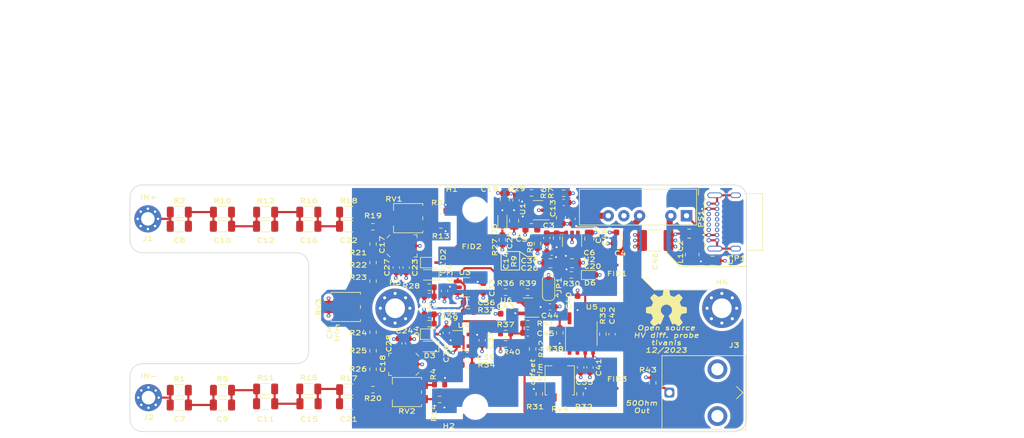
<source format=kicad_pcb>
(kicad_pcb (version 20211014) (generator pcbnew)
  (layers (0 "F.Cu" signal) (1 "In1.Cu" signal) (2 "In2.Cu" signal) (31 "B.Cu" signal) (34 "B.Paste" user) (35 "F.Paste" user) (36 "B.SilkS" user "B.Silkscreen") (37 "F.SilkS" user "F.Silkscreen") (38 "B.Mask" user) (39 "F.Mask" user) (44 "Edge.Cuts" user))
  (net 0 "")
  (net 1 "+5V_USB")
  (net 2 "GND_USB")
  (net 3 "Net-(C2-Pad1)")
  (net 4 "+9V")
  (net 5 "GND")
  (net 6 "-9V")
  (net 7 "Net-(C7-Pad1)")
  (net 8 "Net-(C7-Pad2)")
  (net 9 "Net-(C8-Pad1)")
  (net 10 "Net-(C10-Pad1)")
  (net 11 "Net-(C11-Pad1)")
  (net 12 "Net-(C10-Pad2)")
  (net 13 "Net-(C11-Pad2)")
  (net 14 "Net-(C12-Pad2)")
  (net 15 "Net-(C13-Pad1)")
  (net 16 "Net-(C14-Pad2)")
  (net 17 "Net-(C15-Pad2)")
  (net 18 "Net-(C16-Pad2)")
  (net 19 "+6V")
  (net 20 "-6V")
  (net 21 "Net-(C21-Pad2)")
  (net 22 "Net-(C22-Pad2)")
  (net 23 "Net-(C17-Pad1)")
  (net 24 "Net-(C18-Pad2)")
  (net 25 "Net-(C31-Pad1)")
  (net 26 "Net-(C32-Pad1)")
  (net 27 "Net-(C36-Pad1)")
  (net 28 "Net-(C35-Pad2)")
  (net 29 "Net-(C36-Pad2)")
  (net 30 "Net-(C39-Pad1)")
  (net 31 "Net-(C39-Pad2)")
  (net 36 "Net-(R3-Pad1)")
  (net 37 "Net-(R4-Pad1)")
  (net 38 "Net-(R13-Pad2)")
  (net 39 "Net-(R14-Pad2)")
  (net 40 "Net-(R21-Pad1)")
  (net 41 "Net-(R22-Pad1)")
  (net 42 "Net-(R23-Pad1)")
  (net 43 "Net-(R24-Pad1)")
  (net 44 "Net-(R25-Pad1)")
  (net 45 "Net-(R24-Pad2)")
  (net 46 "Net-(D5-Pad1)")
  (net 47 "Net-(D6-Pad1)")
  (net 48 "Net-(J3-Pad1)")
  (net 50 "Net-(R31-Pad2)")
  (net 51 "Net-(R32-Pad1)")
  (net 52 "Net-(R36-Pad2)")
  (net 53 "Net-(R38-Pad2)")
  (net 54 "Net-(C42-Pad1)")
  (net 55 "Net-(C42-Pad2)")
  (net 56 "Net-(C45-Pad1)")
  (net 57 "Net-(C45-Pad2)")
  (net 58 "Net-(JP1-Pad2)")
  (footprint "Resistor_SMD:R_0603_1608Metric" (layer "F.Cu") (at 161.42 102.19 180)
    (fp_text reference "R13")
    (fp_text value "18k")
  )
  (footprint "Potentiometer_SMD:Potentiometer_Bourns_3314G_Vertical" (layer "F.Cu") (at 180.7 129.7 180)
    (fp_text reference "RV4")
    (fp_text value "1k")
  )
  (footprint "Capacitor_SMD:C_0805_2012Metric" (layer "F.Cu") (at 176.1 105 180)
    (fp_text reference "C5")
    (fp_text value "4.7uF, 25V")
  )
  (footprint "Capacitor_SMD:C_0805_2012Metric" (layer "F.Cu") (at 205.5 110.3)
    (fp_text reference "C1")
    (fp_text value "4.7uF, 25V")
  )
  (footprint "Capacitor_SMD:C_1206_3216Metric" (layer "F.Cu") (at 146.4625 104.7)
    (fp_text reference "C22")
    (fp_text value "10pF, 500V")
  )
  (footprint "Resistor_SMD:R_0603_1608Metric" (layer "F.Cu") (at 171.92 115.39)
    (fp_text reference "R36")
    (fp_text value "453R")
  )
  (footprint "Capacitor_SMD:C_1206_3216Metric" (layer "F.Cu") (at 126 133.69)
    (fp_text reference "C9")
    (fp_text value "10pF, 500V")
  )
  (footprint "Diode_SMD:D_SOD-323" (layer "F.Cu") (at 159.6 124.2 180)
    (fp_text reference "D3")
    (fp_text value "BAS316")
  )
  (footprint "Capacitor_SMD:C_0805_2012Metric" (layer "F.Cu") (at 173.3 103.8 -90)
    (fp_text reference "C25")
    (fp_text value "4.7uF, 25V")
  )
  (footprint "Resistor_SMD:R_0603_1608Metric" (layer "F.Cu") (at 176.125 99.3)
    (fp_text reference "R6")
    (fp_text value "10k")
  )
  (footprint "Capacitor_SMD:C_0603_1608Metric" (layer "F.Cu") (at 178.6 106.6 90)
    (fp_text reference "C14")
    (fp_text value "1nF, 25V")
  )
  (footprint "Resistor_SMD:R_0603_1608Metric" (layer "F.Cu") (at 150.42 124.89 90)
    (fp_text reference "R25")
    (fp_text value "1.96k")
  )
  (footprint "Capacitor_SMD:C_1206_3216Metric" (layer "F.Cu") (at 119 133.69)
    (fp_text reference "C7")
    (fp_text value "10pF, 500V")
  )
  (footprint "MountingHole:MountingHole_2.2mm_M2_Pad_Via" (layer "F.Cu") (at 113.9 103.5 180)
    (fp_text reference "J1")
    (fp_text value "Conn_01x01")
  )
  (footprint "Package_TO_SOT_SMD:SOT-23-5" (layer "F.Cu") (at 182.7 107.2 -90)
    (fp_text reference "U2")
    (fp_text value "MIC5270")
  )
  (footprint "Capacitor_SMD:C_1206_3216Metric" (layer "F.Cu") (at 133 133.49)
    (fp_text reference "C11")
    (fp_text value "10pF, 500V")
  )
  (footprint "Symbol:OSHW-Symbol_6.7x6mm_SilkScreen" (layer "F.Cu") (at 198 118)
    (fp_text reference "REF**" hide)
    (fp_text value "OSHW-Symbol_6.7x6mm_SilkScreen" hide)
  )
  (footprint "Capacitor_SMD:C_0805_2012Metric" (layer "F.Cu") (at 171.8 100.3 90)
    (fp_text reference "C19")
    (fp_text value "4.7uF, 25V")
  )
  (footprint "Capacitor_SMD:C_0603_1608Metric" (layer "F.Cu") (at 175.52 121.99)
    (fp_text reference "C45")
    (fp_text value "1pF")
  )
  (footprint "FER_ZESA_FP:BNC_MOLEX_73100-0154_Horizontal" (layer "F.Cu") (at 198.4825 131.69 -90)
    (fp_text reference "J3")
    (fp_text value "Conn_Coaxial")
  )
  (footprint "Resistor_SMD:R_0603_1608Metric" (layer "F.Cu") (at 171.92 122.09)
    (fp_text reference "R37")
    (fp_text value "453R")
  )
  (footprint "MountingHole:MountingHole_3.2mm_M3" (layer "F.Cu") (at 167 134)
    (fp_text reference "H2")
    (fp_text value "MountingHole_Pad")
  )
  (footprint "Capacitor_SMD:C_0603_1608Metric" (layer "F.Cu") (at 189.2 122.2 90)
    (fp_text reference "C42")
    (fp_text value "1pF")
  )
  (footprint "Capacitor_SMD:C_0603_1608Metric" (layer "F.Cu") (at 165.7 125.69 180)
    (fp_text reference "C39")
    (fp_text value "1pF")
  )
  (footprint "Fiducial:Fiducial_0.5mm_Mask1mm" (layer "F.Cu") (at 190 111)
    (fp_text reference "FID1")
    (fp_text value "Fiducial")
  )
  (footprint "Potentiometer_SMD:Potentiometer_Bourns_3314G_Vertical" (layer "F.Cu") (at 156.12 103.39 -90)
    (fp_text reference "RV1")
    (fp_text value "1Meg")
  )
  (footprint "Resistor_SMD:R_0603_1608Metric" (layer "F.Cu") (at 165.905 118.61 180)
    (fp_text reference "R33")
    (fp_text value "249R")
  )
  (footprint "Capacitor_SMD:C_0603_1608Metric" (layer "F.Cu") (at 173.6 100.5 -90)
    (fp_text reference "C29")
    (fp_text value "100nF, 25V")
  )
  (footprint "Capacitor_SMD:C_0603_1608Metric" (layer "F.Cu") (at 165.88 117.11 180)
    (fp_text reference "C36")
    (fp_text value "1pF")
  )
  (footprint "Resistor_SMD:R_1206_3216Metric" (layer "F.Cu") (at 146.4625 102.4)
    (fp_text reference "R18")
    (fp_text value "1M")
  )
  (footprint "Resistor_SMD:R_0603_1608Metric" (layer "F.Cu") (at 175.52 120.49)
    (fp_text reference "R41")
    (fp_text value "453R")
  )
  (footprint "Resistor_SMD:R_0603_1608Metric" (layer "F.Cu") (at 182.6 112.6 180)
    (fp_text reference "R30")
    (fp_text value "1.96k")
  )
  (footprint "Capacitor_SMD:C_1206_3216Metric" (layer "F.Cu") (at 140.0375 133.49)
    (fp_text reference "C15")
    (fp_text value "10pF, 500V")
  )
  (footprint "Resistor_SMD:R_1206_3216Metric" (layer "F.Cu") (at 126 102.4)
    (fp_text reference "R10")
    (fp_text value "1M")
  )
  (footprint "Capacitor_SMD:C_0805_2012Metric" (layer "F.Cu") (at 190.475 107.5)
    (fp_text reference "C4")
    (fp_text value "4.7uF, 25V")
  )
  (footprint "Resistor_SMD:R_0603_1608Metric" (layer "F.Cu") (at 161.42 104.49)
    (fp_text reference "R3")
    (fp_text value "18k")
  )
  (footprint "Capacitor_SMD:C_0805_2012Metric" (layer "F.Cu") (at 179.2 110.7)
    (fp_text reference "C26")
    (fp_text value "4.7uF, 25V")
  )
  (footprint "Capacitor_SMD:C_0805_2012Metric" (layer "F.Cu") (at 182.7 110.7 180)
    (fp_text reference "C20")
    (fp_text value "4.7uF, 25V")
  )
  (footprint "LED_SMD:LED_0603_1608Metric" (layer "F.Cu") (at 171.4 103.7 90)
    (fp_text reference "D5")
    (fp_text value "LED_GN")
  )
  (footprint "Resistor_SMD:R_0603_1608Metric" (layer "F.Cu") (at 150.42 107.59 90)
    (fp_text reference "R21")
    (fp_text value "18k")
  )
  (footprint "Capacitor_SMD:C_0603_1608Metric" (layer "F.Cu") (at 183.6 116.8 90)
    (fp_text reference "C40")
    (fp_text value "100nF, 25V")
  )
  (footprint "Capacitor_SMD:C_0603_1608Metric" (layer "F.Cu") (at 159.52 116.09 180)
    (fp_text reference "C31")
    (fp_text value "10pF, 25V")
  )
  (footprint "Resistor_SMD:R_1206_3216Metric" (layer "F.Cu") (at 133 102.4)
    (fp_text reference "R12")
    (fp_text value "1M")
  )
  (footprint "Resistor_SMD:R_0603_1608Metric" (layer "F.Cu") (at 150.42 113.59 90)
    (fp_text reference "R23")
    (fp_text value "10R")
  )
  (footprint "Resistor_SMD:R_0603_1608Metric" (layer "F.Cu") (at 159.52 114.59 180)
    (fp_text reference "R28")
    (fp_text value "43R")
  )
  (footprint "Inductor_SMD:L_1008_2520Metric" (layer "F.Cu") (at 202.2 109.3 90)
    (fp_text reference "L1")
    (fp_text value "6.8uH")
  )
  (footprint "Diode_SMD:D_SOD-323" (layer "F.Cu") (at 159.62 110.59)
    (fp_text reference "D2")
    (fp_text value "BAS316")
  )
  (footprint "Resistor_SMD:R_0603_1608Metric" (layer "F.Cu") (at 184 131.9 90)
    (fp_text reference "R32")
    (fp_text value "39k")
  )
  (footprint "Resistor_SMD:R_1206_3216Metric" (layer "F.Cu") (at 119 102.4)
    (fp_text reference "R2")
    (fp_text value "1M")
  )
  (footprint "Capacitor_SMD:C_1206_3216Metric" (layer "F.Cu") (at 126 104.7)
    (fp_text reference "C10")
    (fp_text value "10pF, 500V")
  )
  (footprint "Resistor_SMD:R_0603_1608Metric" (layer "F.Cu") (at 150.42 121.89 90)
    (fp_text reference "R24")
    (fp_text value "10R")
  )
  (footprint "Capacitor_SMD:C_0603_1608Metric" (layer "F.Cu") (at 181.35 100.85)
    (fp_text reference "C13")
    (fp_text value "1nF, 25V")
  )
  (footprint "Resistor_SMD:R_0603_1608Metric" (layer "F.Cu") (at 177.4 131.9 -90)
    (fp_text reference "R31")
    (fp_text value "39k")
  )
  (footprint "Connector_USB:USB_C_Receptacle_GCT_USB4085" (layer "F.Cu") (at 204.875 106.975 90)
    (fp_text reference "P1")
    (fp_text value "USB_C_Plug_USB2.0")
  )
  (footprint "Resistor_SMD:R_1206_3216Metric" (layer "F.Cu") (at 146.4625 131.19)
    (fp_text reference "R17")
    (fp_text value "1M")
  )
  (footprint "Package_TO_SOT_SMD:SOT-23-5" (layer "F.Cu") (at 177.2 102.1 180)
    (fp_text reference "U1")
    (fp_text value "MIC5205YM5")
  )
  (footprint "Capacitor_SMD:C_0603_1608Metric" (layer "F.Cu") (at 168.3 114.7 -90)
    (fp_text reference "C33")
    (fp_text value "100nF, 25V")
  )
  (footprint "Capacitor_SMD:C_0603_1608Metric" (layer "F.Cu") (at 179.4 108.9 180)
    (fp_text reference "C30")
    (fp_text value "100nF, 25V")
  )
  (footprint "Capacitor_SMD:C_0603_1608Metric" (layer "F.Cu") (at 156.2 123.7 -90)
    (fp_text reference "C24")
    (fp_text value "470pF, 25V")
  )
  (footprint "Resistor_SMD:R_1206_3216Metric" (layer "F.Cu") (at 119 131.29)
    (fp_text reference "R1")
    (fp_text value "1M")
  )
  (footprint "Capacitor_SMD:C_0603_1608Metric" (layer "F.Cu") (at 171.9 118.89 180)
    (fp_text reference "C43")
    (fp_text value "100nF, 25V")
  )
  (footprint "Resistor_SMD:R_1206_3216Metric" (layer "F.Cu") (at 140 102.4)
    (fp_text reference "R16")
    (fp_text value "1M")
  )
  (footprint "Capacitor_SMD:C_0603_1608Metric" (layer "F.Cu") (at 154.2 111.4 -90)
    (fp_text reference "C27")
    (fp_text value "10pF, 25V")
  )
  (footprint "Capacitor_SMD:C_0603_1608Metric" (layer "F.Cu") (at 159.52 118.99 180)
    (fp_text reference "C32")
    (fp_text value "10pF, 25V")
  )
  (footprint "Capacitor_SMD:C_1206_3216Metric" (layer "F.Cu") (at 133 104.7)
    (fp_text reference "C12")
    (fp_text value "10pF, 500V")
  )
  (footprint "Resistor_SMD:R_1206_3216Metric" (layer "F.Cu") (at 126 131.29)
    (fp_text reference "R5")
    (fp_text value "1M")
  )
  (footprint "Capacitor_SMD:C_0603_1608Metric" (layer "F.Cu") (at 168.12 123.19 -90)
    (fp_text reference "C37")
    (fp_text value "100nF, 25V")
  )
  (footprint "Diode_SMD:D_SOD-323" (layer "F.Cu") (at 159.62 112.59 180)
    (fp_text reference "D1")
    (fp_text value "BAS316")
  )
  (footprint "MountingHole:MountingHole_3.2mm_M3" (layer "F.Cu") (at 167 102)
    (fp_text reference "H1")
    (fp_text value "MountingHole_Pad")
  )
  (footprint "Resistor_SMD:R_0603_1608Metric" (layer "F.Cu") (at 150.4 104.79 180)
    (fp_text reference "R19")
    (fp_text value "220R")
  )
  (footprint "Diode_SMD:D_SOD-323" (layer "F.Cu") (at 159.6 122.2)
    (fp_text reference "D4")
    (fp_text value "BAS316")
  )
  (footprint "Fiducial:Fiducial_0.5mm_Mask1mm" (layer "F.Cu") (at 164 108)
    (fp_text reference "FID2")
    (fp_text value "Fiducial")
  )
  (footprint "Resistor_SMD:R_0603_1608Metric" (layer "F.Cu") (at 150.42 127.89 90)
    (fp_text reference "R26")
    (fp_text value "18k")
  )
  (footprint "Capacitor_SMD:C_0805_2012Metric" (layer "F.Cu") (at 201.7 105.9 180)
    (fp_text reference "C2")
    (fp_text value "4.7uF, 25V")
  )
  (footprint "Capacitor_SMD:C_1206_3216Metric" (layer "F.Cu") (at 140 104.7)
    (fp_text reference "C16")
    (fp_text value "10pF, 500V")
  )
  (footprint "Potentiometer_SMD:Potentiometer_Bourns_3314G_Vertical" (layer "F.Cu") (at 155.92 131.59 -90)
    (fp_text reference "RV2")
    (fp_text value "1Meg")
  )
  (footprint "Resistor_SMD:R_0603_1608Metric" (layer "F.Cu") (at 181.35 99.35)
    (fp_text reference "R7")
    (fp_text value "39k")
  )
  (footprint "Capacitor_SMD:C_Trimmer_Voltronics_JZ" (layer "F.Cu") (at 155.42 127.09 180)
    (fp_text reference "C18")
    (fp_text value "C_Trim_Small")
  )
  (footprint "Capacitor_SMD:C_1206_3216Metric" (layer "F.Cu") (at 119 104.7)
    (fp_text reference "C8")
    (fp_text value "10pF, 500V")
  )
  (footprint "MountingHole:MountingHole_3.2mm_M3_Pad_Via" (layer "F.Cu") (at 154 118)
    (fp_text reference "H3")
    (fp_text value "MountingHole_Pad")
  )
  (footprint "Capacitor_SMD:C_1812_4532Metric_Pad1.57x3.40mm_HandSolder" (layer "F.Cu") (at 196.2 107 180)
    (fp_text reference "C46")
    (fp_text value "1nF, 2kV")
  )
  (footprint "Capacitor_SMD:C_0603_1608Metric" (layer "F.Cu") (at 155.8 111.4 -90)
    (fp_text reference "C23")
    (fp_text value "470pF, 25V")
  )
  (footprint "Resistor_SMD:R_0603_1608Metric" (layer "F.Cu") (at 165.7 127.19 180)
    (fp_text reference "R34")
    (fp_text value "249R")
  )
  (footprint "Capacitor_SMD:C_0603_1608Metric" (layer "F.Cu") (at 190.675 105.7 180)
    (fp_text reference "C48")
    (fp_text value "100nF, 25V")
  )
  (footprint "Resistor_SMD:R_0603_1608Metric" (layer "F.Cu") (at 180.7 122 90)
    (fp_text reference "R38")
    (fp_text value "43R")
  )
  (footprint "Capacitor_SMD:C_0603_1608Metric" (layer "F.Cu") (at 184.1 127.6 90)
    (fp_text reference "C35")
    (fp_text value "100nF, 25V")
  )
  (footprint "Resistor_SMD:R_0603_1608Metric" (layer "F.Cu") (at 171.4 106.9 -90)
    (fp_text reference "R27")
    (fp_text value "1.96k")
  )
  (footprint "Capacitor_SMD:C_0603_1608Metric" (layer "F.Cu") (at 162.3 122 90)
    (fp_text reference "C38")
    (fp_text value "100nF, 25V")
  )
  (footprint "Resistor_SMD:R_0603_1608Metric" (layer "F.Cu") (at 161.22 132.79 180)
    (fp_text reference "R14")
    (fp_text value "18k")
  )
  (footprint "Resistor_SMD:R_0603_1608Metric" (layer "F.Cu") (at 187.7 122.2 -90)
    (fp_text reference "R35")
    (fp_text value "453R")
  )
  (footprint "Resistor_SMD:R_0603_1608Metric" (layer "F.Cu") (at 150.42 110.59 90)
    (fp_text reference "R22")
    (fp_text value "1.96k")
  )
  (footprint "Fiducial:Fiducial_0.5mm_Mask1mm" (layer "F.Cu") (at 190 131)
    (fp_text reference "FID3")
    (fp_text value "Fiducial")
  )
  (footprint "Resistor_SMD:R_0603_1608Metric" (layer "F.Cu") (at 159.52 120.49 180)
    (fp_text reference "R29")
    (fp_text value "43R")
  )
  (footprint "Capacitor_SMD:C_0805_2012Metric" (layer "F.Cu") (at 180.9 103.3 -90)
    (fp_text reference "C3")
    (fp_text value "4.7uF, 25V")
  )
  (footprint "Resistor_SMD:R_1206_3216Metric" (layer "F.Cu") (at 133 131.09)
    (fp_text reference "R11")
    (fp_text value "1M")
  )
  (footprint "Capacitor_SMD:C_0603_1608Metric" (layer "F.Cu") (at 179.12 117.79)
    (fp_text reference "C44")
    (fp_text value "100nF, 25V")
  )
  (footprint "Package_TO_SOT_SMD:SOT-23-5" (layer "F.Cu") (at 175.52 117.89 180)
    (fp_text reference "U6")
    (fp_text value "OPA659")
  )
  (footprint "Jumper:SolderJumper-3_P1.3mm_Open_RoundedPad1.0x1.5mm" (layer "F.Cu") (at 178.9 114.7 90)
    (fp_text reference "JP1")
    (fp_text value "SolderJumper_3_Bridged12")
  )
  (footprint "Resistor_SMD:R_1206_3216Metric" (layer "F.Cu") (at 140 131.09)
    (fp_text reference "R15")
    (fp_text value "1M")
  )
  (footprint "Resistor_SMD:R_0603_1608Metric" (layer "F.Cu") (at 175.52 115.39)
    (fp_text reference "R39")
    (fp_text value "453R")
  )
  (footprint "Capacitor_SMD:C_0603_1608Metric" (layer "F.Cu") (at 154.6 123.7 -90)
    (fp_text reference "C28")
    (fp_text value "10pF, 25V")
  )
  (footprint "Resistor_SMD:R_0603_1608Metric" (layer "F.Cu") (at 161.22 130.39)
    (fp_text reference "R4")
    (fp_text value "18k")
  )
  (footprint "Capacitor_SMD:C_0603_1608Metric" (layer "F.Cu") (at 185.6 127.6 -90)
    (fp_text reference "C41")
    (fp_text value "100nF, 25V")
  )
  (footprint "Package_TO_SOT_SMD:SOT-23-5" (layer "F.Cu") (at 165.12 123.19)
    (fp_text reference "U4")
    (fp_text value "OPA659")
  )
  (footprint "Resistor_SMD:R_0603_1608Metric" (layer "F.Cu") (at 176.3 124.6 -90)
    (fp_text reference "R42")
    (fp_text value "49.9R")
  )
  (footprint "Resistor_SMD:R_0603_1608Metric" (layer "F.Cu") (at 150.4 131.2 180)
    (fp_text reference "R20")
    (fp_text value "220R")
  )
  (footprint "Resistor_SMD:R_0603_1608Metric" (layer "F.Cu") (at 180.2 106.6 -90)
    (fp_text reference "R9")
    (fp_text value "40.2k")
  )
  (footprint "MountingHole:MountingHole_2.2mm_M2_Pad_Via" (layer "F.Cu") (at 114 132.5 180)
    (fp_text reference "J2")
    (fp_text value "Conn_01x01")
  )
  (footprint "Capacitor_SMD:C_Trimmer_Voltronics_JZ" (layer "F.Cu") (at 155.12 107.89)
    (fp_text reference "C17")
    (fp_text value "C_Trim_Small")
  )
  (footprint "Package_TO_SOT_SMD:SOT-23-5" (layer "F.Cu") (at 165.3 114.6)
    (fp_text reference "U3")
    (fp_text value "OPA659")
  )
  (footprint "Potentiometer_SMD:Potentiometer_Bourns_3314G_Vertical" (layer "F.Cu") (at 146 117.79 -90)
    (fp_text reference "RV3")
    (fp_text value "100R")
  )
  (footprint "MountingHole:MountingHole_3.2mm_M3_Pad_Via" (layer "F.Cu") (at 207 118)
    (fp_text reference "H4")
    (fp_text value "MountingHole_Pad")
  )
  (footprint "Resistor_SMD:R_0603_1608Metric" (layer "F.Cu") (at 177.1 107.5 90)
    (fp_text reference "R8")
    (fp_text value "10k")
  )
  (footprint "Package_SO:SOIC-8_3.9x4.9mm_P1.27mm" (layer "F.Cu") (at 184.2 122.1 90)
    (fp_text reference "U5")
    (fp_text value "AD8038")
  )
  (footprint "Capacitor_SMD:C_1206_3216Metric" (layer "F.Cu") (at 146.4625 133.49)
    (fp_text reference "C21")
    (fp_text value "10pF, 500V")
  )
  (footprint "Resistor_SMD:R_0603_1608Metric" (layer "F.Cu") (at 195.7825 130.09 90)
    (fp_text reference "R43")
    (fp_text value "49.9R")
  )
  (footprint "Resistor_SMD:R_0603_1608Metric" (layer "F.Cu") (at 171.92 123.79 180)
    (fp_text reference "R40")
    (fp_text value "453R")
  )
  (footprint "LED_SMD:LED_0603_1608Metric" (layer "F.Cu") (at 185.7 112.6)
    (fp_text reference "D6")
    (fp_text value "LED_GN")
  )
  (footprint "Capacitor_SMD:C_0603_1608Metric" (layer "F.Cu") (at 182.7 103.5 90)
    (fp_text reference "C47")
    (fp_text value "100nF, 25V")
  )
  (footprint "Capacitor_SMD:C_0805_2012Metric" (layer "F.Cu") (at 185.5 106.7 -90)
    (fp_text reference "C6")
    (fp_text value "4.7uF, 25V")
  )
  (footprint "Converter_DCDC:Converter_DCDC_XP_POWER-IAxxxxS_THT" (layer "F.Cu") (at 201.27 102.995 -90)
    (fp_text reference "PS1")
    (fp_text value "IAB0105D09")
  )
  (footprint "Capacitor_SMD:C_0603_1608Metric" (layer "F.Cu") (at 162.02 115.19 -90)
    (fp_text reference "C34")
    (fp_text value "100nF, 25V")
  )
  (gr_line (start 183.5 104.8) (end 183.3 104.6) (layer "F.SilkS") (width 0.15))
  (gr_line (start 174.2 108.8) (end 175.4 109.6) (layer "F.SilkS") (width 0.15))
  (gr_line (start 194 113) (end 196 115) (layer "F.SilkS") (width 0.15))
  (gr_line (start 196 115) (end 205 115) (layer "F.SilkS") (width 0.15))
  (gr_line (start 183.3 104.8) (end 183.3 104.6) (layer "F.SilkS") (width 0.15))
  (gr_line (start 177.1 109.6) (end 177.7 109.2) (layer "F.SilkS") (width 0.15))
  (gr_line (start 177.7 109.2) (end 177.5 109.2) (layer "F.SilkS") (width 0.15))
  (gr_line (start 200.2 111.2) (end 210.9 111.2) (layer "F.SilkS") (width 0.15))
  (gr_line (start 183.5 104.6) (end 183.3 104.6) (layer "F.SilkS") (width 0.15))
  (gr_line (start 177.7 109.2) (end 177.6 109.4) (layer "F.SilkS") (width 0.15))
  (gr_rect (start 171.2 108.8) (end 174.2 111.8) (layer "F.SilkS") (width 0.15) (fill none))
  (gr_line (start 198 108.9) (end 200.2 111.2) (layer "F.SilkS") (width 0.15))
  (gr_line (start 194 108.9) (end 194 113) (layer "F.SilkS") (width 0.15))
  (gr_line (start 175.4 109.6) (end 177.1 109.6) (layer "F.SilkS") (width 0.15))
  (gr_line (start 186.4 104.8) (end 183.5 104.8) (layer "F.SilkS") (width 0.15))
  (gr_line (start 183.3 104.6) (end 183.3 104.8) (layer "F.SilkS") (width 0.15))
  (gr_line (start 111 107) (end 111 100) (layer "Edge.Cuts") (width 0.1))
  (gr_line (start 113 127) (end 138 127) (layer "Edge.Cuts") (width 0.1))
  (gr_arc (start 113 109) (mid 111.585786 108.414214) (end 111 107) (layer "Edge.Cuts") (width 0.1))
  (gr_arc (start 138 109) (mid 139.414214 109.585786) (end 140 111) (layer "Edge.Cuts") (width 0.1))
  (gr_arc (start 111 100) (mid 111.585786 98.585786) (end 113 98) (layer "Edge.Cuts") (width 0.1))
  (gr_arc (start 113 138) (mid 111.585786 137.414214) (end 111 136) (layer "Edge.Cuts") (width 0.1))
  (gr_arc (start 211 136) (mid 210.414214 137.414214) (end 209 138) (layer "Edge.Cuts") (width 0.1))
  (gr_line (start 113 98) (end 209 98) (layer "Edge.Cuts") (width 0.1))
  (gr_line (start 138 109) (end 113 109) (layer "Edge.Cuts") (width 0.1))
  (gr_arc (start 140 125) (mid 139.414214 126.414214) (end 138 127) (layer "Edge.Cuts") (width 0.1))
  (gr_line (start 111 136) (end 111 129) (layer "Edge.Cuts") (width 0.1))
  (gr_arc (start 111 129) (mid 111.585786 127.585786) (end 113 127) (layer "Edge.Cuts") (width 0.1))
  (gr_arc (start 209 98) (mid 210.414214 98.585786) (end 211 100) (layer "Edge.Cuts") (width 0.1))
  (gr_line (start 211 100) (end 211 136) (layer "Edge.Cuts") (width 0.1))
  (gr_line (start 209 138) (end 113 138) (layer "Edge.Cuts") (width 0.1))
  (gr_line (start 140 125) (end 140 111) (layer "Edge.Cuts") (width 0.1))
  (gr_text "IN+" (at 114 100) (layer "F.SilkS") (effects (font (size 0.75 1) (thickness 0.15) italic)))
  (gr_text "CM\ntrim" (at 144 122 90) (layer "F.SilkS") (effects (font (size 0.75 1) (thickness 0.15) italic)))
  (gr_text "Open source\nHV diff. probe\ntivanis\n12/2023" (at 198 123) (layer "F.SilkS") (effects (font (size 0.75 1) (thickness 0.15) italic)))
  (gr_text "offset\ntrim" (at 176.9 128.4 90) (layer "F.SilkS") (effects (font (size 0.75 1) (thickness 0.15) italic)))
  (gr_text "50Ohm\nOut" (at 194 134) (layer "F.SilkS") (effects (font (size 0.75 1) (thickness 0.15) italic)))
  (gr_text "IN-" (at 114 129) (layer "F.SilkS") (effects (font (size 0.75 1) (thickness 0.15) italic)))
  (segment (start 203.575 110.375) (end 203.6 110.4) (width 0.35) (layer "F.Cu") (net 1))
  (segment (start 204.875 101.875) (end 203.825 101.875) (width 0.35) (layer "F.Cu") (net 1))
  (segment (start 206.225 101.875) (end 204.875 101.875) (width 0.35) (layer "F.Cu") (net 1))
  (segment (start 204.025 106.125) (end 204.875 106.125) (width 0.35) (layer "F.Cu") (net 1))
  (segment (start 204.55 110.4) (end 203.6 110.4) (width 0.35) (layer "F.Cu") (net 1))
  (segment (start 206.225 106.125) (end 204.875 106.125) (width 0.35) (layer "F.Cu") (net 1))
  (segment (start 204 106.1) (end 204.025 106.125) (width 0.35) (layer "F.Cu") (net 1))
  (segment (start 203.825 101.875) (end 203.8 101.9) (width 0.35) (layer "F.Cu") (net 1))
  (segment (start 202.2 110.375) (end 203.575 110.375) (width 0.35) (layer "F.Cu") (net 1))
  (via (at 203.8 101.9) (size 0.6) (drill 0.3) (layers "F.Cu" "B.Cu") (net 1))
  (via (at 203.6 110.4) (size 0.6) (drill 0.3) (layers "F.Cu" "B.Cu") (net 1))
  (via (at 204 106.1) (size 0.6) (drill 0.3) (layers "F.Cu" "B.Cu") (net 1))
  (segment (start 206.225 101.025) (end 206.225 100.045) (width 0.35) (layer "F.Cu") (net 2))
  (segment (start 200.75 105.9) (end 199.6675 105.9) (width 0.35) (layer "F.Cu") (net 2))
  (segment (start 198.5375 103.1875) (end 198.73 102.995) (width 1) (layer "F.Cu") (net 2))
  (segment (start 206.225 107.955) (end 205.855 108.325) (width 0.35) (layer "F.Cu") (net 2))
  (segment (start 205.855 108.325) (end 209.235 108.325) (width 0.35) (layer "F.Cu") (net 2))
  (segment (start 198.3 107.005) (end 199.305 106) (width 0.35) (layer "F.Cu") (net 2))
  (segment (start 199.3 108.005) (end 198.3 107.005) (width 0.35) (layer "F.Cu") (net 2))
  (segment (start 206.225 106.975) (end 204.875 106.975) (width 0.35) (layer "F.Cu") (net 2))
  (segment (start 199.4575 107.005) (end 199.4625 107) (width 0.35) (layer "F.Cu") (net 2))
  (segment (start 198.3 107.005) (end 199.4575 107.005) (width 0.35) (layer "F.Cu") (net 2))
  (segment (start 206.225 101.025) (end 204.875 101.025) (width 0.35) (layer "F.Cu") (net 2))
  (segment (start 199.305 106) (end 199.4625 106) (width 0.35) (layer "F.Cu") (net 2))
  (segment (start 199.4675 106.005) (end 199.4625 106) (width 0.35) (layer "F.Cu") (net 2))
  (segment (start 206.225 106.975) (end 206.225 107.955) (width 0.35) (layer "F.Cu") (net 2))
  (segment (start 206.225 100.045) (end 205.855 99.675) (width 0.35) (layer "F.Cu") (net 2))
  (segment (start 199.4625 108.005) (end 199.3 108.005) (width 0.35) (layer "F.Cu") (net 2))
  (segment (start 206.45 110.3) (end 207.5 110.3) (width 0.35) (layer "F.Cu") (net 2))
  (segment (start 198.5375 106.895) (end 198.5375 103.1875) (width 1) (layer "F.Cu") (net 2))
  (segment (start 205.855 99.675) (end 209.235 99.675) (width 0.35) (layer "F.Cu") (net 2))
  (via (at 199.4625 107) (size 0.6) (drill 0.3) (layers "F.Cu" "B.Cu") (net 2))
  (via (at 199.4625 108.005) (size 0.6) (drill 0.3) (layers "F.Cu" "B.Cu") (net 2))
  (via (at 207.5 110.3) (size 0.6) (drill 0.3) (layers "F.Cu" "B.Cu") (net 2))
  (via (at 199.4625 106) (size 0.6) (drill 0.3) (layers "F.Cu" "B.Cu") (net 2))
  (segment (start 201.27 102.995) (end 202.65 104.375) (width 0.35) (layer "F.Cu") (net 3))
  (segment (start 202.65 107.775) (end 202.2 108.225) (width 0.35) (layer "F.Cu") (net 3))
  (segment (start 202.65 104.375) (end 202.65 105.9) (width 0.35) (layer "F.Cu") (net 3))
  (segment (start 202.65 105.9) (end 202.65 107.775) (width 0.35) (layer "F.Cu") (net 3))
  (segment (start 180.45 102.35) (end 180.9 102.35) (width 0.35) (layer "F.Cu") (net 4))
  (segment (start 188.565 103) (end 188.57 102.995) (width 1) (layer "F.Cu") (net 4))
  (segment (start 182.325 102.35) (end 182.7 102.725) (width 1) (layer "F.Cu") (net 4))
  (segment (start 180.9 102.35) (end 182.325 102.35) (width 1) (layer "F.Cu") (net 4))
  (segment (start 178.3375 101.15) (end 179.25 101.15) (width 0.35) (layer "F.Cu") (net 4))
  (segment (start 180.15 102.35) (end 179.1 103.4) (width 1) (layer "F.Cu") (net 4))
  (segment (start 177.05 104.65) (end 177.05 105) (width 1) (layer "F.Cu") (net 4))
  (segment (start 178.3 103.4) (end 177.05 104.65) (width 1) (layer "F.Cu") (net 4))
  (segment (start 182.7 102.725) (end 182.975 103) (width 1) (layer "F.Cu") (net 4))
  (segment (start 180.9 102.35) (end 180.15 102.35) (width 1) (layer "F.Cu") (net 4))
  (segment (start 179.25 101.15) (end 180.45 102.35) (width 0.35) (layer "F.Cu") (net 4))
  (segment (start 182.975 103) (end 188.565 103) (width 1) (layer "F.Cu") (net 4))
  (segment (start 179.1 103.4) (end 178.3 103.4) (width 1) (layer "F.Cu") (net 4))
  (segment (start 168.1 125) (end 168.12 124.98) (width 0.35) (layer "F.Cu") (net 5))
  (segment (start 171.8 99.35) (end 170.75 99.35) (width 0.35) (layer "F.Cu") (net 5))
  (segment (start 143.25 119.15) (end 143.25 117.79) (width 0.35) (layer "F.Cu") (net 5))
  (segment (start 177.5 110.7) (end 177.4 110.6) (width 0.35) (layer "F.Cu") (net 5))
  (segment (start 186.4875 112.6) (end 187.2 112.6) (width 0.35) (layer "F.Cu") (net 5))
  (segment (start 178.625 108.125) (end 178.6 108.1) (width 0.35) (layer "F.Cu") (net 5))
  (segment (start 168.3 115.475) (end 168.3 116.3) (width 0.35) (layer "F.Cu") (net 5))
  (segment (start 158.39 127.09) (end 158.4 127.1) (width 0.35) (layer "F.Cu") (net 5))
  (segment (start 173.275 99.4) (end 173.6 99.725) (width 0.35) (layer "F.Cu") (net 5))
  (segment (start 192.905 107) (end 192.9 107.005) (width 0.35) (layer "F.Cu") (net 5))
  (segment (start 171.8 99.35) (end 172.75 99.35) (width 0.35) (layer "F.Cu") (net 5))
  (segment (start 194.0625 107) (end 192.905 107) (width 0.35) (layer "F.Cu") (net 5))
  (segment (start 143.25 116.45) (end 143.25 117.79) (width 0.35) (layer "F.Cu") (net 5))
  (segment (start 182.7 104.275) (end 181.925 104.275) (width 0.35) (layer "F.Cu") (net 5))
  (segment (start 171.095 124.995) (end 171.1 125) (width 0.35) (layer "F.Cu") (net 5))
  (segment (start 157.37 127.09) (end 158.39 127.09) (width 0.35) (layer "F.Cu") (net 5))
  (segment (start 170.31 118.89) (end 170.3 118.9) (width 0.35) (layer "F.Cu") (net 5))
  (segment (start 162.02 115.965) (end 162.02 116.88) (width 0.35) (layer "F.Cu") (net 5))
  (segment (start 180.9 104.25) (end 181.85 104.25) (width 0.35) (layer "F.Cu") (net 5))
  (segment (start 172.8 99.4) (end 173.275 99.4) (width 0.35) (layer "F.Cu") (net 5))
  (segment (start 186.45 105.75) (end 186.5 105.7) (width 0.35) (layer "F.Cu") (net 5))
  (segment (start 162.3 121.225) (end 162.3 120.31) (width 0.35) (layer "F.Cu") (net 5))
  (segment (start 158.7 116.9) (end 158.745 116.855) (width 0.35) (layer "F.Cu") (net 5))
  (segment (start 178.6 107.375) (end 178.6 108.1) (width 0.35) (layer "F.Cu") (net 5))
  (segment (start 171.095 123.79) (end 171.095 124.995) (width 0.35) (layer "F.Cu") (net 5))
  (segment (start 182.7 106.0625) (end 182.7 107.3) (width 0.35) (layer "F.Cu") (net 5))
  (segment (start 178.3375 102.1) (end 177.3 102.1) (width 0.35) (layer "F.Cu") (net 5))
  (segment (start 189.525 107.5) (end 188.5 107.5) (width 0.35) (layer "F.Cu") (net 5))
  (segment (start 157.07 107.89) (end 157.99 107.89) (width 0.35) (layer "F.Cu") (net 5))
  (segment (start 181.925 104.275) (end 181.9 104.3) (width 0.35) (layer "F.Cu") (net 5))
  (segment (start 156.275 123) (end 157.1 123) (width 0.35) (layer "F.Cu") (net 5))
  (segment (start 155.8 112.175) (end 155.8 113.1) (width 0.35) (layer "F.Cu") (net 5))
  (segment (start 171.125 118.89) (end 170.31 118.89) (width 0.35) (layer "F.Cu") (net 5))
  (segment (start 178.25 110.7) (end 177.5 110.7) (width 0.35) (layer "F.Cu") (net 5))
  (segment (start 183.6 116.025) (end 183.6 115.1) (width 0.35) (layer "F.Cu") (net 5))
  (segment (start 154.2 113) (end 154.1 113.1) (width 0.35) (layer "F.Cu") (net 5))
  (segment (start 162.3 120.31) (end 162.32 120.29) (width 0.35) (layer "F.Cu") (net 5))
  (segment (start 182.175 99.35) (end 182.85 99.35) (width 0.35) (layer "F.Cu") (net 5))
  (segment (start 154.6 122.925) (end 154.525 123) (width 0.35) (layer "F.Cu") (net 5))
  (segment (start 178.625 108.9) (end 178.625 108.125) (width 0.35) (layer "F.Cu") (net 5))
  (segment (start 158.7 118.2) (end 158.745 118.245) (width 0.35) (layer "F.Cu") (net 5))
  (segment (start 154.2 112.175) (end 154.2 113) (width 0.35) (layer "F.Cu") (net 5))
  (segment (start 178.9 113.4) (end 178.9 112.6) (width 0.35) (layer "F.Cu") (net 5))
  (segment (start 185.6 128.375) (end 185.6 129.2) (width 0.35) (layer "F.Cu") (net 5))
  (segment (start 154.525 123) (end 153.8 123) (width 0.35) (layer "F.Cu") (net 5))
  (segment (start 168.12 124.98) (end 168.12 123.965) (width 0.35) (layer "F.Cu") (net 5))
  (segment (start 183.65 110.7) (end 184.4 110.7) (width 0.35) (layer "F.Cu") (net 5))
  (segment (start 194.0625 107) (end 193.1675 106.105) (width 0.35) (layer "F.Cu") (net 5))
  (segment (start 171.4 107.725) (end 171.4 108.5) (width 0.35) (layer "F.Cu") (net 5))
  (segment (start 162.02 116.88) (end 162 116.9) (width 0.35) (layer "F.Cu") (net 5))
  (segment (start 181.85 104.25) (end 181.9 104.3) (width 0.35) (layer "F.Cu") (net 5))
  (segment (start 175.1 104.95) (end 175.1 106.1) (width 0.35) (layer "F.Cu") (net 5))
  (segment (start 184.1 128.375) (end 184.1 129.2) (width 0.35) (layer "F.Cu") (net 5))
  (segment (start 143.2 119.2) (end 143.25 119.15) (width 0.35) (layer "F.Cu") (net 5))
  (segment (start 194.765 129.265) (end 194.7 129.2) (width 0.35) (layer "F.Cu") (net 5))
  (segment (start 193.1675 106.105) (end 192.9 106.105) (width 0.35) (layer "F.Cu") (net 5))
  (segment (start 195.7825 129.265) (end 194.765 129.265) (width 0.35) (layer "F.Cu") (net 5))
  (segment (start 172.75 99.35) (end 172.8 99.4) (width 0.35) (layer "F.Cu") (net 5))
  (segment (start 158.745 118.245) (end 158.745 118.99) (width 0.35) (layer "F.Cu") (net 5))
  (segment (start 173.3 104.75) (end 173.3 105.9) (width 0.35) (layer "F.Cu") (net 5))
  (segment (start 179.895 117.79) (end 180.61 117.79) (width 0.35) (layer "F.Cu") (net 5))
  (segment (start 189.9 105.7) (end 188.8 105.7) (width 0.35) (layer "F.Cu") (net 5))
  (segment (start 194.0625 107) (end 193.0575 108.005) (width 0.35) (layer "F.Cu") (net 5))
  (segment (start 157.99 107.89) (end 158 107.9) (width 0.35) (layer "F.Cu") (net 5))
  (segment (start 158.745 116.855) (end 158.745 116.09) (width 0.35) (layer "F.Cu") (net 5))
  (segment (start 185.5 105.75) (end 186.45 105.75) (width 0.35) (layer "F.Cu") (net 5))
  (segment (start 156.2 122.925) (end 156.275 123) (width 0.35) (layer "F.Cu") (net 5))
  (segment (start 177.1 108.325) (end 177.1 109.1) (width 0.35) (layer "F.Cu") (net 5))
  (segment (start 193.0575 108.005) (end 192.9 108.005) (width 0.35) (layer "F.Cu") (net 5))
  (segment (start 170.75 99.35) (end 170.7 99.3) (width 0.35) (layer "F.Cu") (net 5))
  (segment (start 180.61 117.79) (end 180.7 117.7) (width 0.35) (layer "F.Cu") (net 5))
  (segment (start 143.2 116.4) (end 143.25 116.45) (width 0.35) (layer "F.Cu") (net 5))
  (segment (start 182.125 100.85) (end 182.95 100.85) (width 0.35) (layer "F.Cu") (net 5))
  (segment (start 184.4 110.7) (end 184.5 110.6) (width 0.35) (layer "F.Cu") (net 5))
  (via (at 183.6 115.1) (size 0.6) (drill 0.3) (layers "F.Cu" "B.Cu") (net 5))
  (via (at 184.5 110.6) (size 0.6) (drill 0.3) (layers "F.Cu" "B.Cu") (net 5))
  (via (at 170.7 99.3) (size 0.6) (drill 0.3) (layers "F.Cu" "B.Cu") (net 5))
  (via (at 153.8 123) (size 0.6) (drill 0.3) (layers "F.Cu" "B.Cu") (net 5))
  (via (at 182.95 100.85) (size 0.6) (drill 0.3) (layers "F.Cu" "B.Cu") (net 5))
  (via (at 177.1 109.1) (size 0.6) (drill 0.3) (layers "F.Cu" "B.Cu") (net 5))
  (via (at 180.7 117.7) (size 0.6) (drill 0.3) (layers "F.Cu" "B.Cu") (net 5))
  (via (at 168.3 116.3) (size 0.6) (drill 0.3) (layers "F.Cu" "B.Cu") (net 5))
  (via (at 192.9 108.005) (size 0.6) (drill 0.3) (layers "F.Cu" "B.Cu") (net 5))
  (via (at 192.9 106.105) (size 0.6) (drill 0.3) (layers "F.Cu" "B.Cu") (net 5))
  (via (at 188.5 107.5) (size 0.6) (drill 0.3) (layers "F.Cu" "B.Cu") (net 5))
  (via (at 158.7 116.9) (size 0.6) (drill 0.3) (layers "F.Cu" "B.Cu") (net 5))
  (via (at 158.7 118.2) (size 0.6) (drill 0.3) (layers "F.Cu" "B.Cu") (net 5))
  (via (at 170.3 118.9) (size 0.6) (drill 0.3) (layers "F.Cu" "B.Cu") (net 5))
  (via (at 184.1 129.2) (size 0.6) (drill 0.3) (layers "F.Cu" "B.Cu") (net 5))
  (via (at 182.7 107.3) (size 0.6) (drill 0.3) (layers "F.Cu" "B.Cu") (net 5))
  (via (at 182.85 99.35) (size 0.6) (drill 0.3) (layers "F.Cu" "B.Cu") (net 5))
  (via (at 154.1 113.1) (size 0.6) (drill 0.3) (layers "F.Cu" "B.Cu") (net 5))
  (via (at 178.6 108.1) (size 0.6) (drill 0.3) (layers "F.Cu" "B.Cu") (net 5))
  (via (at 168.1 125) (size 0.6) (drill 0.3) (layers "F.Cu" "B.Cu") (net 5))
  (via (at 158.4 127.1) (size 0.6) (drill 0.3) (layers "F.Cu" "B.Cu") (net 5))
  (via (at 192.9 107.005) (size 0.6) (drill 0.3) (layers "F.Cu" "B.Cu") (net 5))
  (via (at 158 107.9) (size 0.6) (drill 0.3) (layers "F.Cu" "B.Cu") (net 5))
  (via (at 177.4 110.6) (size 0.6) (drill 0.3) (layers "F.Cu" "B.Cu") (net 5))
  (via (at 162 116.9) (size 0.6) (drill 0.3) (layers "F.Cu" "B.Cu") (net 5))
  (via (at 175.1 106.1) (size 0.6) (drill 0.3) (layers "F.Cu" "B.Cu") (net 5))
  (via (at 187.2 112.6) (size 0.6) (drill 0.3) (layers "F.Cu" "B.Cu") (net 5))
  (via (at 172.8 99.4) (size 0.6) (drill 0.3) (layers "F.Cu" "B.Cu") (net 5))
  (via (at 186.5 105.7) (size 0.6) (drill 0.3) (layers "F.Cu" "B.Cu") (net 5))
  (via (at 162.32 120.29) (size 0.6) (drill 0.3) (layers "F.Cu" "B.Cu") (net 5))
  (via (at 155.8 113.1) (size 0.6) (drill 0.3) (layers "F.Cu" "B.Cu") (net 5))
  (via (at 143.2 116.4) (size 0.6) (drill 0.3) (layers "F.Cu" "B.Cu") (net 5))
  (via (at 194.7 129.2) (size 0.6) (drill 0.3) (layers "F.Cu" "B.Cu") (net 5))
  (via (at 157.1 123) (size 0.6) (drill 0.3) (layers "F.Cu" "B.Cu") (net 5))
  (via (at 188.8 105.7) (size 0.6) (drill 0.3) (layers "F.Cu" "B.Cu") (net 5))
  (via (at 178.9 112.6) (size 0.6) (drill 0.3) (layers "F.Cu" "B.Cu") (net 5))
  (via (at 143.2 119.2) (size 0.6) (drill 0.3) (layers "F.Cu" "B.Cu") (net 5))
  (via (at 181.9 104.3) (size 0.6) (drill 0.3) (layers "F.Cu" "B.Cu") (net 5))
  (via (at 185.6 129.2) (size 0.6) (drill 0.3) (layers "F.Cu" "B.Cu") (net 5))
  (via (at 177.3 102.1) (size 0.6) (drill 0.3) (layers "F.Cu" "B.Cu") (net 5))
  (via (at 173.3 105.9) (size 0.6) (drill 0.3) (layers "F.Cu" "B.Cu") (net 5))
  (via (at 171.4 108.5) (size 0.6) (drill 0.3) (layers "F.Cu" "B.Cu") (net 5))
  (via (at 171.1 125) (size 0.6) (drill 0.3) (layers "F.Cu" "B.Cu") (net 5))
  (segment (start 190.67548 108.92452) (end 191.425 108.175) (width 1) (layer "F.Cu") (net 6))
  (segment (start 191.45 105.7) (end 191.45 107.475) (width 1) (layer "F.Cu") (net 6))
  (segment (start 191.425 108.175) (end 191.425 107.5) (width 1) (layer "F.Cu") (net 6))
  (segment (start 193.65 102.995) (end 193.65 103.5) (width 1) (layer "F.Cu") (net 6))
  (segment (start 184.8125 108.3375) (end 185.5 107.65) (width 1) (layer "F.Cu") (net 6))
  (segment (start 193.65 103.5) (end 191.45 105.7) (width 1) (layer "F.Cu") (net 6))
  (segment (start 186.77452 108.92452) (end 190.67548 108.92452) (width 1) (layer "F.Cu") (net 6))
  (segment (start 185.5 107.65) (end 186.77452 108.92452) (width 1) (layer "F.Cu") (net 6))
  (segment (start 183.65 108.3375) (end 184.8125 108.3375) (width 1) (layer "F.Cu") (net 6))
  (segment (start 191.45 107.475) (end 191.425 107.5) (width 1) (layer "F.Cu") (net 6))
  (segment (start 114 132.5) (end 117.475 132.5) (width 0.35) (layer "F.Cu") (net 7))
  (segment (start 117.475 132.5) (end 117.5375 132.4375) (width 0.35) (layer "F.Cu") (net 7))
  (segment (start 117.5375 132.4375) (end 117.5375 133.6775) (width 0.35) (layer "F.Cu") (net 7))
  (segment (start 117.5375 133.6775) (end 117.525 133.69) (width 0.35) (layer "F.Cu") (net 7))
  (segment (start 117.5375 131.29) (end 117.5375 132.4375) (width 0.35) (layer "F.Cu") (net 7))
  (segment (start 124.5375 133.6775) (end 124.525 133.69) (width 0.35) (layer "F.Cu") (net 8))
  (segment (start 120.4625 131.29) (end 120.4625 133.6775) (width 0.35) (layer "F.Cu") (net 8))
  (segment (start 120.4625 133.6775) (end 120.475 133.69) (width 0.35) (layer "F.Cu") (net 8))
  (segment (start 124.5375 131.29) (end 124.5375 133.6775) (width 0.35) (layer "F.Cu") (net 8))
  (segment (start 120.475 133.69) (end 124.525 133.69) (width 0.35) (layer "F.Cu") (net 8))
  (segment (start 117.525 104.7) (end 117.525 103.475) (width 0.35) (layer "F.Cu") (net 9))
  (segment (start 115.55 103.5) (end 117.5 103.5) (width 0.35) (layer "F.Cu") (net 9))
  (segment (start 117.5 103.5) (end 117.525 103.475) (width 0.35) (layer "F.Cu") (net 9))
  (segment (start 117.525 102.4125) (end 117.5375 102.4) (width 0.35) (layer "F.Cu") (net 9))
  (segment (start 117.525 103.475) (end 117.525 102.4125) (width 0.35) (layer "F.Cu") (net 9))
  (segment (start 124.5375 104.6875) (end 124.525 104.7) (width 0.35) (layer "F.Cu") (net 10))
  (segment (start 120.4625 102.4) (end 124.5375 102.4) (width 0.35) (layer "F.Cu") (net 10))
  (segment (start 120.475 102.4125) (end 120.4625 102.4) (width 0.35) (layer "F.Cu") (net 10))
  (segment (start 120.475 104.7) (end 120.475 102.4125) (width 0.35) (layer "F.Cu") (net 10))
  (segment (start 124.5375 102.4) (end 124.5375 104.6875) (width 0.35) (layer "F.Cu") (net 10))
  (segment (start 127.4625 133.6775) (end 127.475 133.69) (width 0.35) (layer "F.Cu") (net 11))
  (segment (start 127.4625 131.29) (end 127.4625 133.6775) (width 0.35) (layer "F.Cu") (net 11))
  (segment (start 131.5375 133.4775) (end 131.525 133.49) (width 0.35) (layer "F.Cu") (net 11))
  (segment (start 131.3375 131.29) (end 131.5375 131.09) (width 0.35) (layer "F.Cu") (net 11))
  (segment (start 131.5375 131.09) (end 131.5375 133.4775) (width 0.35) (layer "F.Cu") (net 11))
  (segment (start 127.4625 131.29) (end 131.3375 131.29) (width 0.35) (layer "F.Cu") (net 11))
  (segment (start 127.4625 104.6875) (end 127.475 104.7) (width 0.35) (layer "F.Cu") (net 12))
  (segment (start 131.5375 102.4) (end 131.5375 104.6875) (width 0.35) (layer "F.Cu") (net 12))
  (segment (start 127.4625 102.4) (end 127.4625 104.6875) (width 0.35) (layer "F.Cu") (net 12))
  (segment (start 127.475 104.7) (end 131.525 104.7) (width 0.35) (layer "F.Cu") (net 12))
  (segment (start 131.5375 104.6875) (end 131.525 104.7) (width 0.35) (layer "F.Cu") (net 12))
  (segment (start 138.5375 131.09) (end 138.5375 131.0375) (width 0.35) (layer "F.Cu") (net 13))
  (segment (start 134.475 133.49) (end 138.5625 133.49) (width 0.35) (layer "F.Cu") (net 13))
  (segment (start 138.5375 131.0375) (end 138.5625 131.0625) (width 0.35) (layer "F.Cu") (net 13))
  (segment (start 138.5625 131.0625) (end 138.5625 133.49) (width 0.35) (layer "F.Cu") (net 13))
  (segment (start 134.4625 131.09) (end 134.4625 133.4775) (width 0.35) (layer "F.Cu") (net 13))
  (segment (start 134.4625 133.4775) (end 134.475 133.49) (width 0.35) (layer "F.Cu") (net 13))
  (segment (start 138.5375 104.6875) (end 138.525 104.7) (width 0.35) (layer "F.Cu") (net 14))
  (segment (start 134.4625 102.4) (end 138.5375 102.4) (width 0.35) (layer "F.Cu") (net 14))
  (segment (start 134.4625 102.4) (end 134.4625 104.6875) (width 0.35) (layer "F.Cu") (net 14))
  (segment (start 134.4625 104.6875) (end 134.475 104.7) (width 0.35) (layer "F.Cu") (net 14))
  (segment (start 138.5375 102.4) (end 138.5375 104.6875) (width 0.35) (layer "F.Cu") (net 14))
  (segment (start 180.525 99.35) (end 180.525 100.8) (width 0.35) (layer "F.Cu") (net 15))
  (segment (start 176.0625 100.5375) (end 176.95 99.65) (width 0.35) (layer "F.Cu") (net 15))
  (segment (start 180.475 99.3) (end 180.525 99.35) (width 0.35) (layer "F.Cu") (net 15))
  (segment (start 176.0625 101.15) (end 176.0625 100.5375) (width 0.35) (layer "F.Cu") (net 15))
  (segment (start 176.95 99.65) (end 176.95 99.3) (width 0.35) (layer "F.Cu") (net 15))
  (segment (start 176.95 99.3) (end 180.475 99.3) (width 0.35) (layer "F.Cu") (net 15))
  (segment (start 180.525 100.8) (end 180.575 100.85) (width 0.35) (layer "F.Cu") (net 15))
  (segment (start 181.4625 105.775) (end 181.75 106.0625) (width 0.35) (layer "F.Cu") (net 16))
  (segment (start 180.2 105.775) (end 181.4625 105.775) (width 0.35) (layer "F.Cu") (net 16))
  (segment (start 177.75 106.675) (end 178.6 105.825) (width 0.35) (layer "F.Cu") (net 16))
  (segment (start 177.1 106.675) (end 177.75 106.675) (width 0.35) (layer "F.Cu") (net 16))
  (segment (start 180.15 105.825) (end 180.2 105.775) (width 0.35) (layer "F.Cu") (net 16))
  (segment (start 178.6 105.825) (end 180.15 105.825) (width 0.35) (layer "F.Cu") (net 16))
  (segment (start 141.4625 131.09) (end 141.4625 133.44) (width 0.35) (layer "F.Cu") (net 17))
  (segment (start 141.4625 131.09) (end 144.9 131.09) (width 0.35) (layer "F.Cu") (net 17))
  (segment (start 145 133.4775) (end 144.9875 133.49) (width 0.35) (layer "F.Cu") (net 17))
  (segment (start 145 131.19) (end 145 133.4775) (width 0.35) (layer "F.Cu") (net 17))
  (segment (start 144.9 131.09) (end 145 131.19) (width 0.35) (layer "F.Cu") (net 17))
  (segment (start 141.4625 133.44) (end 141.5125 133.49) (width 0.35) (layer "F.Cu") (net 17))
  (segment (start 145 104.6875) (end 144.9875 104.7) (width 0.35) (layer "F.Cu") (net 18))
  (segment (start 145 102.4) (end 145 104.6875) (width 0.35) (layer "F.Cu") (net 18))
  (segment (start 141.4625 104.6875) (end 141.475 104.7) (width 0.35) (layer "F.Cu") (net 18))
  (segment (start 141.475 104.7) (end 144.9875 104.7) (width 0.35) (layer "F.Cu") (net 18))
  (segment (start 141.4625 102.4) (end 141.4625 104.6875) (width 0.35) (layer "F.Cu") (net 18))
  (segment (start 175.3 99.3) (end 175.3 99.9) (width 1) (layer "F.Cu") (net 19))
  (segment (start 173.55 103.1) (end 173.3 102.85) (width 1) (layer "F.Cu") (net 19))
  (segment (start 173.575 101.25) (end 173.6 101.275) (width 1) (layer "F.Cu") (net 19))
  (segment (start 177.4 131.075) (end 176.525 131.075) (width 0.35) (layer "F.Cu") (net 19))
  (segment (start 172.675 118.89) (end 173.41 118.89) (width 0.35) (layer "F.Cu") (net 19))
  (segment (start 160.65 124.2) (end 160.65 124.85) (width 0.35) (layer "F.Cu") (net 19))
  (segment (start 162.045 130.39) (end 162.045 129.355) (width 0.35) (layer "F.Cu") (net 19))
  (segment (start 162.245 104.49) (end 162.245 105.455) (width 0.35) (layer "F.Cu") (net 19))
  (segment (start 167.415 122.415) (end 168.12 122.415) (width 0.35) (layer "F.Cu") (net 19))
  (segment (start 171.4 101.65) (end 171.4 102.9125) (width 1) (layer "F.Cu") (net 19))
  (segment (start 160.67 112.59) (end 161.39 112.59) (width 0.35) (layer "F.Cu") (net 19))
  (segment (start 174.3825 118.84) (end 173.54 118.84) (width 0.35) (layer "F.Cu") (net 19))
  (segment (start 167.35 113.65) (end 167.4 113.7) (width 0.35) (layer "F.Cu") (net 19))
  (segment (start 168.3 113.925) (end 167.625 113.925) (width 0.35) (layer "F.Cu") (net 19))
  (segment (start 175.3 99.9) (end 173.925 101.275) (width 1) (layer "F.Cu") (net 19))
  (segment (start 167.24 122.24) (end 166.2575 122.24) (width 0.35) (layer "F.Cu") (net 19))
  (segment (start 161.39 112.59) (end 161.4 112.6) (width 0.35) (layer "F.Cu") (net 19))
  (segment (start 173.3 101.575) (end 173.6 101.275) (width 1) (layer "F.Cu") (net 19))
  (segment (start 173.925 101.275) (end 173.6 101.275) (width 1) (layer "F.Cu") (net 19))
  (segment (start 173.41 118.89) (end 173.5 118.8) (width 0.35) (layer "F.Cu") (net 19))
  (segment (start 160.65 124.85) (end 160.6 124.9) (width 0.35) (layer "F.Cu") (net 19))
  (segment (start 162.245 105.455) (end 162.2 105.5) (width 0.35) (layer "F.Cu") (net 19))
  (segment (start 173.54 118.84) (end 173.5 118.8) (width 0.35) (layer "F.Cu") (net 19))
  (segment (start 167.3 122.3) (end 167.24 122.24) (width 0.35) (layer "F.Cu") (net 19))
  (segment (start 176.0125 103.1) (end 173.55 103.1) (width 1) (layer "F.Cu") (net 19))
  (segment (start 173.3 102.85) (end 173.3 102.1) (width 1) (layer "F.Cu") (net 19))
  (segment (start 183.6 117.575) (end 183.6 119.59) (width 0.35) (layer "F.Cu") (net 19))
  (segment (start 171.8 101.25) (end 171.4 101.65) (width 1) (layer "F.Cu") (net 19))
  (segment (start 180.7 122.825) (end 180.7 123.7) (width 0.35) (layer "F.Cu") (net 19))
  (segment (start 167.3 122.3) (end 167.415 122.415) (width 0.35) (layer "F.Cu") (net 19))
  (segment (start 183.6 119.59) (end 183.565 119.625) (width 0.35) (layer "F.Cu") (net 19))
  (segment (start 167.625 113.925) (end 167.4 113.7) (width 0.35) (layer "F.Cu") (net 19))
  (segment (start 171.8 101.25) (end 173.575 101.25) (width 1) (layer "F.Cu") (net 19))
  (segment (start 166.4375 113.65) (end 167.35 113.65) (width 0.35) (layer "F.Cu") (net 19))
  (segment (start 176.525 131.075) (end 176.5 131.1) (width 0.35) (layer "F.Cu") (net 19))
  (segment (start 173.3 102.1) (end 173.3 101.575) (width 1) (layer "F.Cu") (net 19))
  (segment (start 162.045 129.355) (end 162.1 129.3) (width 0.35) (layer "F.Cu") (net 19))
  (via (at 171.4 102.1) (size 0.6) (drill 0.3) (layers "F.Cu" "B.Cu") (net 19))
  (via (at 183.6 118.3) (size 0.6) (drill 0.3) (layers "F.Cu" "B.Cu") (net 19))
  (via (at 174.6 100.7) (size 0.6) (drill 0.3) (layers "F.Cu" "B.Cu") (net 19))
  (via (at 176.5 131.1) (size 0.6) (drill 0.3) (layers "F.Cu" "B.Cu") (net 19))
  (via (at 162.2 105.5) (size 0.6) (drill 0.3) (layers "F.Cu" "B.Cu") (net 19))
  (via (at 160.6 124.9) (size 0.6) (drill 0.3) (layers "F.Cu" "B.Cu") (net 19))
  (via (at 174.7 103.1) (size 0.6) (drill 0.3) (layers "F.Cu" "B.Cu") (net 19))
  (via (at 167.4 113.7) (size 0.6) (drill 0.3) (layers "F.Cu" "B.Cu") (net 19))
  (via (at 162.1 129.3) (size 0.6) (drill 0.3) (layers "F.Cu" "B.Cu") (net 19))
  (via (at 173.3 102.1) (size 0.6) (drill 0.3) (layers "F.Cu" "B.Cu") (net 19))
  (via (at 161.4 112.6) (size 0.6) (drill 0.3) (layers "F.Cu" "B.Cu") (net 19))
  (via (at 167.3 122.3) (size 0.6) (drill 0.3) (layers "F.Cu" "B.Cu") (net 19))
  (via (at 180.7 123.7) (size 0.6) (drill 0.3) (layers "F.Cu" "B.Cu") (net 19))
  (via (at 173.5 118.8) (size 0.6) (drill 0.3) (layers "F.Cu" "B.Cu") (net 19))
  (segment (start 162.9 114.5) (end 163 114.6) (width 0.35) (layer "F.Cu") (net 20))
  (segment (start 180.1 109.7) (end 181.5 109.7) (width 1) (layer "F.Cu") (net 20))
  (segment (start 180.2 107.425) (end 180.2 108.1) (width 1) (layer "F.Cu") (net 20))
  (segment (start 162.3 122.775) (end 162.575 122.775) (width 0.35) (layer "F.Cu") (net 20))
  (segment (start 160.67 110.59) (end 161.39 110.59) (width 0.35) (layer "F.Cu") (net 20))
  (segment (start 180.15 110.7) (end 180.15 109.75) (width 1) (layer "F.Cu") (net 20))
  (segment (start 163.01 123.19) (end 163 123.2) (width 0.35) (layer "F.Cu") (net 20))
  (segment (start 180.175 108.9) (end 180.175 108.125) (width 1) (layer "F.Cu") (net 20))
  (segment (start 161.39 110.59) (end 161.4 110.6) (width 0.35) (layer "F.Cu") (net 20))
  (segment (start 181.5 109.7) (end 181.7 109.5) (width 1) (layer "F.Cu") (net 20))
  (segment (start 181.75 109.45) (end 181.7 109.5) (width 1) (layer "F.Cu") (net 20))
  (segment (start 181.775 112.6) (end 181.775 111.725) (width 1) (layer "F.Cu") (net 20))
  (segment (start 163.9825 123.19) (end 163.01 123.19) (width 0.35) (layer "F.Cu") (net 20))
  (segment (start 186.105 124.575) (end 186.105 125.805) (width 0.35) (layer "F.Cu") (net 20))
  (segment (start 162 134.1) (end 162.045 134.055) (width 0.35) (layer "F.Cu") (net 20))
  (segment (start 177.51 117.89) (end 177.6 117.8) (width 0.35) (layer "F.Cu") (net 20))
  (segment (start 160.65 122.2) (end 161.3 122.2) (width 0.35) (layer "F.Cu") (net 20))
  (segment (start 181.75 111.65) (end 181.8 111.7) (width 1) (layer "F.Cu") (net 20))
  (segment (start 162.575 122.775) (end 163 123.2) (width 0.35) (layer "F.Cu") (net 20))
  (segment (start 181.75 108.3375) (end 181.75 109.45) (width 1) (layer "F.Cu") (net 20))
  (segment (start 162.9 114.5) (end 162.815 114.415) (width 0.35) (layer "F.Cu") (net 20))
  (segment (start 184 131.075) (end 184.825 131.075) (width 0.35) (layer "F.Cu") (net 20))
  (segment (start 163 114.6) (end 164.1625 114.6) (width 0.35) (layer "F.Cu") (net 20))
  (segment (start 180.175 108.9) (end 180.175 109.625) (width 1) (layer "F.Cu") (net 20))
  (segment (start 178.345 117.79) (end 177.61 117.79) (width 0.35) (layer "F.Cu") (net 20))
  (segment (start 185.6 126.825) (end 185.675 126.825) (width 0.35) (layer "F.Cu") (net 20))
  (segment (start 176.6575 117.89) (end 177.51 117.89) (width 0.35) (layer "F.Cu") (net 20))
  (segment (start 181.75 110.7) (end 181.75 111.65) (width 1) (layer "F.Cu") (net 20))
  (segment (start 181.775 111.725) (end 181.8 111.7) (width 1) (layer "F.Cu") (net 20))
  (segment (start 162.815 114.415) (end 162.02 114.415) (width 0.35) (layer "F.Cu") (net 20))
  (segment (start 184.825 131.075) (end 184.9 131) (width 0.35) (layer "F.Cu") (net 20))
  (segment (start 162.245 101.245) (end 162.2 101.2) (width 0.35) (layer "F.Cu") (net 20))
  (segment (start 177.61 117.79) (end 177.6 117.8) (width 0.35) (layer "F.Cu") (net 20))
  (segment (start 181.75 109.55) (end 181.7 109.5) (width 1) (layer "F.Cu") (net 20))
  (segment (start 181.75 110.7) (end 181.75 109.55) (width 1) (layer "F.Cu") (net 20))
  (segment (start 185.675 126.825) (end 186.4 126.1) (width 0.35) (layer "F.Cu") (net 20))
  (segment (start 162.245 102.19) (end 162.245 101.245) (width 0.35) (layer "F.Cu") (net 20))
  (segment (start 186.105 125.805) (end 186.4 126.1) (width 0.35) (layer "F.Cu") (net 20))
  (segment (start 180.175 108.125) (end 180.2 108.1) (width 1) (layer "F.Cu") (net 20))
  (segment (start 180.15 109.75) (end 180.1 109.7) (width 1) (layer "F.Cu") (net 20))
  (segment (start 162.045 134.055) (end 162.045 132.79) (width 0.35) (layer "F.Cu") (net 20))
  (segment (start 180.175 109.625) (end 180.1 109.7) (width 1) (layer "F.Cu") (net 20))
  (via (at 184.9 131) (size 0.6) (drill 0.3) (layers "F.Cu" "B.Cu") (net 20))
  (via (at 162 134.1) (size 0.6) (drill 0.3) (layers "F.Cu" "B.Cu") (net 20))
  (via (at 180.2 108.1) (size 0.6) (drill 0.3) (layers "F.Cu" "B.Cu") (net 20))
  (via (at 162.9 114.5) (size 0.6) (drill 0.3) (layers "F.Cu" "B.Cu") (net 20))
  (via (at 181.7 109.5) (size 0.6) (drill 0.3) (layers "F.Cu" "B.Cu") (net 20))
  (via (at 163 123.2) (size 0.6) (drill 0.3) (layers "F.Cu" "B.Cu") (net 20))
  (via (at 161.4 110.6) (size 0.6) (drill 0.3) (layers "F.Cu" "B.Cu") (net 20))
  (via (at 181.8 111.7) (size 0.6) (drill 0.3) (layers "F.Cu" "B.Cu") (net 20))
  (via (at 180.1 109.7) (size 0.6) (drill 0.3) (layers "F.Cu" "B.Cu") (net 20))
  (via (at 161.3 122.2) (size 0.6) (drill 0.3) (layers "F.Cu" "B.Cu") (net 20))
  (via (at 186.4 126.1) (size 0.6) (drill 0.3) (layers "F.Cu" "B.Cu") (net 20))
  (via (at 162.2 101.2) (size 0.6) (drill 0.3) (layers "F.Cu" "B.Cu") (net 20))
  (via (at 177.6 117.8) (size 0.6) (drill 0.3) (layers "F.Cu" "B.Cu") (net 20))
  (segment (start 149.565 131.19) (end 149.575 131.2) (width 0.35) (layer "F.Cu") (net 21))
  (segment (start 147.9375 131.2025) (end 147.925 131.19) (width 0.35) (layer "F.Cu") (net 21))
  (segment (start 147.925 131.19) (end 149.565 131.19) (width 0.35) (layer "F.Cu") (net 21))
  (segment (start 147.9375 133.49) (end 147.9375 131.2025) (width 0.35) (layer "F.Cu") (net 21))
  (segment (start 149.485 104.7) (end 149.575 104.79) (width 0.35) (layer "F.Cu") (net 22))
  (segment (start 147.925 104.6875) (end 147.9375 104.7) (width 0.35) (layer "F.Cu") (net 22))
  (segment (start 147.925 102.4) (end 147.925 104.6875) (width 0.35) (layer "F.Cu") (net 22))
  (segment (start 147.9375 104.7) (end 149.485 104.7) (width 0.35) (layer "F.Cu") (net 22))
  (segment (start 153.17 107.89) (end 153.17 109.595) (width 0.35) (layer "F.Cu") (net 23))
  (segment (start 158.535 110.625) (end 158.57 110.59) (width 0.35) (layer "F.Cu") (net 23))
  (segment (start 150.42 106.765) (end 150.42 106.18) (width 0.35) (layer "F.Cu") (net 23))
  (segment (start 153.17 109.595) (end 154.2 110.625) (width 0.35) (layer "F.Cu") (net 23))
  (segment (start 151.225 105.375) (end 151.225 104.79) (width 0.35) (layer "F.Cu") (net 23))
  (segment (start 158.57 110.59) (end 158.57 112.59) (width 0.35) (layer "F.Cu") (net 23))
  (segment (start 151.225 104.175) (end 151.225 104.79) (width 0.35) (layer "F.Cu") (net 23))
  (segment (start 155.8 110.625) (end 158.535 110.625) (width 0.35) (layer "F.Cu") (net 23))
  (segment (start 152.01 103.39) (end 151.225 104.175) (width 0.35) (layer "F.Cu") (net 23))
  (segment (start 158.57 112.59) (end 158.57 114.465) (width 0.35) (layer "F.Cu") (net 23))
  (segment (start 153.37 103.39) (end 152.01 103.39) (width 0.35) (layer "F.Cu") (net 23))
  (segment (start 154.2 110.625) (end 155.8 110.625) (width 0.35) (layer "F.Cu") (net 23))
  (segment (start 158.57 114.465) (end 158.695 114.59) (width 0.35) (layer "F.Cu") (net 23))
  (segment (start 152.59 107.89) (end 153.17 107.89) (width 0.35) (layer "F.Cu") (net 23))
  (segment (start 150.42 106.18) (end 151.225 105.375) (width 0.35) (layer "F.Cu") (net 23))
  (segment (start 151.465 106.765) (end 152.59 107.89) (width 0.35) (layer "F.Cu") (net 23))
  (segment (start 150.42 106.765) (end 151.465 106.765) (width 0.35) (layer "F.Cu") (net 23))
  (segment (start 150.42 128.715) (end 151.085 128.715) (width 0.35) (layer "F.Cu") (net 24))
  (segment (start 158.695 122.065) (end 158.695 120.49) (width 0.35) (layer "F.Cu") (net 24))
  (segment (start 151.225 131.2) (end 151.225 130.225) (width 0.35) (layer "F.Cu") (net 24))
  (segment (start 156.2 124.475) (end 158.285 124.475) (width 0.35) (layer "F.Cu") (net 24))
  (segment (start 158.57 124.19) (end 158.57 122.19) (width 0.35) (layer "F.Cu") (net 24))
  (segment (start 151.225 131.2) (end 152.78 131.2) (width 0.35) (layer "F.Cu") (net 24))
  (segment (start 150.42 129.42) (end 150.42 128.715) (width 0.35) (layer "F.Cu") (net 24))
  (segment (start 152.78 131.2) (end 153.17 131.59) (width 0.35) (layer "F.Cu") (net 24))
  (segment (start 151.225 130.225) (end 150.42 129.42) (width 0.35) (layer "F.Cu") (net 24))
  (segment (start 152.71 127.09) (end 153.47 127.09) (width 0.35) (layer "F.Cu") (net 24))
  (segment (start 151.085 128.715) (end 152.71 127.09) (width 0.35) (layer "F.Cu") (net 24))
  (segment (start 153.47 125.605) (end 153.47 127.09) (width 0.35) (layer "F.Cu") (net 24))
  (segment (start 154.6 124.475) (end 156.2 124.475) (width 0.35) (layer "F.Cu") (net 24))
  (segment (start 158.57 122.19) (end 158.695 122.065) (width 0.35) (layer "F.Cu") (net 24))
  (segment (start 154.6 124.475) (end 153.47 125.605) (width 0.35) (layer "F.Cu") (net 24))
  (segment (start 158.285 124.475) (end 158.57 124.19) (width 0.35) (layer "F.Cu") (net 24))
  (segment (start 164.1625 115.55) (end 164.1625 116.2375) (width 0.35) (layer "F.Cu") (net 25))
  (segment (start 164.1625 116.2375) (end 164.1 116.3) (width 0.35) (layer "F.Cu") (net 25))
  (segment (start 160.345 114.59) (end 160.345 116.04) (width 0.35) (layer "F.Cu") (net 25))
  (segment (start 160.295 116.09) (end 160.295 116.895) (width 0.35) (layer "F.Cu") (net 25))
  (segment (start 160.295 116.895) (end 160.3 116.9) (width 0.35) (layer "F.Cu") (net 25))
  (segment (start 160.345 116.04) (end 160.295 116.09) (width 0.35) (layer "F.Cu") (net 25))
  (via (at 160.3 116.9) (size 0.6) (drill 0.3) (layers "F.Cu" "B.Cu") (net 25))
  (via (at 164.1 116.3) (size 0.6) (drill 0.3) (layers "F.Cu" "B.Cu") (net 25))
  (segment (start 160 116.9) (end 159.8 117.1) (width 0.35) (layer "B.Cu") (net 25))
  (segment (start 164.8 116.3) (end 164.1 116.3) (width 0.35) (layer "B.Cu") (net 25))
  (segment (start 160.3 116.9) (end 160 116.9) (width 0.35) (layer "B.Cu") (net 25))
  (segment (start 160.2 118) (end 164.4 118) (width 0.35) (layer "B.Cu") (net 25))
  (segment (start 164.4 118) (end 165.1 117.3) (width 0.35) (layer "B.Cu") (net 25))
  (segment (start 159.8 117.1) (end 159.8 117.6) (width 0.35) (layer "B.Cu") (net 25))
  (segment (start 159.8 117.6) (end 160.2 118) (width 0.35) (layer "B.Cu") (net 25))
  (segment (start 165.1 116.6) (end 164.8 116.3) (width 0.35) (layer "B.Cu") (net 25))
  (segment (start 165.1 117.3) (end 165.1 116.6) (width 0.35) (layer "B.Cu") (net 25))
  (segment (start 163.4 125.2) (end 163.9825 124.6175) (width 0.35) (layer "F.Cu") (net 26))
  (segment (start 160.295 118.99) (end 160.295 120.44) (width 0.35) (layer "F.Cu") (net 26))
  (segment (start 163.9825 124.6175) (end 163.9825 124.14) (width 0.35) (layer "F.Cu") (net 26))
  (segment (start 160.295 120.44) (end 160.345 120.49) (width 0.35) (layer "F.Cu") (net 26))
  (segment (start 161.19 118.99) (end 161.2 119) (width 0.35) (layer "F.Cu") (net 26))
  (segment (start 160.295 118.99) (end 161.19 118.99) (width 0.35) (layer "F.Cu") (net 26))
  (via (at 161.2 119) (size 0.6) (drill 0.3) (layers "F.Cu" "B.Cu") (net 26))
  (via (at 163.4 125.2) (size 0.6) (drill 0.3) (layers "F.Cu" "B.Cu") (net 26))
  (segment (start 161.2 119) (end 161.2 120.7) (width 0.35) (layer "B.Cu") (net 26))
  (segment (start 163 125.2) (end 163.4 125.2) (width 0.35) (layer "B.Cu") (net 26))
  (segment (start 161.2 120.7) (end 160.4 121.5) (width 0.35) (layer "B.Cu") (net 26))
  (segment (start 160.4 121.5) (end 160.4 122.6) (width 0.35) (layer "B.Cu") (net 26))
  (segment (start 160.4 122.6) (end 163 125.2) (width 0.35) (layer "B.Cu") (net 26))
  (segment (start 166.655 118.535) (end 166.73 118.61) (width 0.35) (layer "F.Cu") (net 27))
  (segment (start 166.655 117.11) (end 166.655 118.535) (width 0.35) (layer "F.Cu") (net 27))
  (segment (start 166.4375 116.8925) (end 166.655 117.11) (width 0.35) (layer "F.Cu") (net 27))
  (segment (start 166.4375 115.55) (end 166.4375 116.8925) (width 0.35) (layer "F.Cu") (net 27))
  (segment (start 180.825 126.825) (end 180.7 126.95) (width 0.35) (layer "F.Cu") (net 28))
  (segment (start 184.1 126.825) (end 180.825 126.825) (width 0.35) (layer "F.Cu") (net 28))
  (segment (start 184.835 126.09) (end 184.1 126.825) (width 0.35) (layer "F.Cu") (net 28))
  (segment (start 184.835 124.575) (end 184.835 126.09) (width 0.35) (layer "F.Cu") (net 28))
  (segment (start 165.105 117.11) (end 165.105 118.585) (width 0.35) (layer "F.Cu") (net 29))
  (segment (start 165.3 116.915) (end 165.105 117.11) (width 0.35) (layer "F.Cu") (net 29))
  (segment (start 169.5 111.5) (end 165.3 111.5) (width 0.35) (layer "F.Cu") (net 29))
  (segment (start 165.3 114.333217) (end 165.3 116.915) (width 0.35) (layer "F.Cu") (net 29))
  (segment (start 171.095 115.39) (end 171.095 113.095) (width 0.35) (layer "F.Cu") (net 29))
  (segment (start 171.095 113.095) (end 169.5 111.5) (width 0.35) (layer "F.Cu") (net 29))
  (segment (start 164.616783 113.65) (end 165.3 114.333217) (width 0.35) (layer "F.Cu") (net 29))
  (segment (start 165.3 111.5) (end 164.1625 112.6375) (width 0.35) (layer "F.Cu") (net 29))
  (segment (start 165.105 118.585) (end 165.08 118.61) (width 0.35) (layer "F.Cu") (net 29))
  (segment (start 164.1625 113.65) (end 164.616783 113.65) (width 0.35) (layer "F.Cu") (net 29))
  (segment (start 164.1625 112.6375) (end 164.1625 113.65) (width 0.35) (layer "F.Cu") (net 29))
  (segment (start 166.2575 124.14) (end 166.2575 125.4725) (width 0.35) (layer "F.Cu") (net 30))
  (segment (start 166.525 127.19) (end 166.475 127.14) (width 0.35) (layer "F.Cu") (net 30))
  (segment (start 166.2575 125.4725) (end 166.475 125.69) (width 0.35) (layer "F.Cu") (net 30))
  (segment (start 166.475 127.14) (end 166.475 125.69) (width 0.35) (layer "F.Cu") (net 30))
  (segment (start 164.74 122.24) (end 165.103217 122.603217) (width 0.35) (layer "F.Cu") (net 31))
  (segment (start 170.3 120.1) (end 164.9 120.1) (width 0.35) (layer "F.Cu") (net 31))
  (segment (start 171.095 120.895) (end 170.3 120.1) (width 0.35) (layer "F.Cu") (net 31))
  (segment (start 171.095 122.09) (end 171.095 120.895) (width 0.35) (layer "F.Cu") (net 31))
  (segment (start 165.103217 125.511783) (end 164.925 125.69) (width 0.35) (layer "F.Cu") (net 31))
  (segment (start 164.875 127.19) (end 164.875 125.74) (width 0.35) (layer "F.Cu") (net 31))
  (segment (start 164.875 125.74) (end 164.925 125.69) (width 0.35) (layer "F.Cu") (net 31))
  (segment (start 164.9 120.1) (end 163.9825 121.0175) (width 0.35) (layer "F.Cu") (net 31))
  (segment (start 163.9825 121.0175) (end 163.9825 122.24) (width 0.35) (layer "F.Cu") (net 31))
  (segment (start 165.103217 122.603217) (end 165.103217 125.511783) (width 0.35) (layer "F.Cu") (net 31))
  (segment (start 163.9825 122.24) (end 164.74 122.24) (width 0.35) (layer "F.Cu") (net 31))
  (segment (start 160.545 104.54) (end 160.595 104.49) (width 0.35) (layer "F.Cu") (net 36))
  (segment (start 158.87 104.54) (end 160.545 104.54) (width 0.35) (layer "F.Cu") (net 36))
  (segment (start 158.67 130.44) (end 160.345 130.44) (width 0.35) (layer "F.Cu") (net 37))
  (segment (start 160.345 130.44) (end 160.395 130.39) (width 0.35) (layer "F.Cu") (net 37))
  (segment (start 160.545 102.24) (end 160.595 102.19) (width 0.35) (layer "F.Cu") (net 38))
  (segment (start 158.87 102.24) (end 160.545 102.24) (width 0.35) (layer "F.Cu") (net 38))
  (segment (start 158.67 132.74) (end 160.345 132.74) (width 0.35) (layer "F.Cu") (net 39))
  (segment (start 160.345 132.74) (end 160.395 132.79) (width 0.35) (layer "F.Cu") (net 39))
  (segment (start 150.42 108.415) (end 150.42 109.765) (width 0.35) (layer "F.Cu") (net 40))
  (segment (start 150.42 111.415) (end 150.42 112.765) (width 0.35) (layer "F.Cu") (net 41))
  (segment (start 150.42 114.97) (end 148.75 116.64) (width 0.35) (layer "F.Cu") (net 42))
  (segment (start 150.42 114.415) (end 150.42 114.97) (width 0.35) (layer "F.Cu") (net 42))
  (segment (start 150.42 122.715) (end 150.42 124.065) (width 0.35) (layer "F.Cu") (net 43))
  (segment (start 150.42 125.715) (end 150.42 127.065) (width 0.35) (layer "F.Cu") (net 44))
  (segment (start 150.42 120.7425) (end 150.42 121.065) (width 0.35) (layer "F.Cu") (net 45))
  (segment (start 148.75 119.0725) (end 150.42 120.7425) (width 0.35) (layer "F.Cu") (net 45))
  (segment (start 148.75 118.94) (end 148.75 119.0725) (width 0.35) (layer "F.Cu") (net 45))
  (segment (start 171.4 104.4875) (end 171.4 106.075) (width 0.35) (layer "F.Cu") (net 46))
  (segment (start 183.425 112.6) (end 184.9125 112.6) (width 0.35) (layer "F.Cu") (net 47))
  (segment (start 176.3 125.425) (end 176.3 126.7) (width 0.35) (layer "F.Cu") (net 48))
  (segment (start 195.7825 130.915) (end 197.7075 130.915) (width 0.35) (layer "F.Cu") (net 48))
  (segment (start 175.7 135.5) (end 194.9 135.5) (width 0.35) (layer "F.Cu") (net 48))
  (segment (start 175 134.8) (end 175.7 135.5) (width 0.35) (layer "F.Cu") (net 48))
  (segment (start 194.9 135.5) (end 195.7825 134.6175) (width 0.35) (layer "F.Cu") (net 48))
  (segment (start 176.3 126.7) (end 175 128) (width 0.35) (layer "F.Cu") (net 48))
  (segment (start 195.7825 134.6175) (end 195.7825 130.915) (width 0.35) (layer "F.Cu") (net 48))
  (segment (start 175 128) (end 175 134.8) (width 0.35) (layer "F.Cu") (net 48))
  (segment (start 197.7075 130.915) (end 198.4825 131.69) (width 0.35) (layer "F.Cu") (net 48))
  (segment (start 177.675 132.45) (end 177.4 132.725) (width 0.35) (layer "F.Cu") (net 50))
  (segment (start 179.55 132.45) (end 177.675 132.45) (width 0.35) (layer "F.Cu") (net 50))
  (segment (start 183.725 132.45) (end 184 132.725) (width 0.35) (layer "F.Cu") (net 51))
  (segment (start 181.85 132.45) (end 183.725 132.45) (width 0.35) (layer "F.Cu") (net 51))
  (segment (start 176.245 116.94) (end 174.695 115.39) (width 0.35) (layer "F.Cu") (net 52))
  (segment (start 172.745 115.39) (end 174.695 115.39) (width 0.35) (layer "F.Cu") (net 52))
  (segment (start 176.6575 116.94) (end 176.245 116.94) (width 0.35) (layer "F.Cu") (net 52))
  (segment (start 181.075 119.625) (end 180.7 120) (width 0.35) (layer "F.Cu") (net 53))
  (segment (start 182.295 119.625) (end 181.075 119.625) (width 0.35) (layer "F.Cu") (net 53))
  (segment (start 180.7 120) (end 180.7 121.175) (width 0.35) (layer "F.Cu") (net 53))
  (segment (start 187.75 122.975) (end 187.7 123.025) (width 0.35) (layer "F.Cu") (net 54))
  (segment (start 189.2 122.975) (end 187.75 122.975) (width 0.35) (layer "F.Cu") (net 54))
  (segment (start 187.475 122.8) (end 187.7 123.025) (width 0.35) (layer "F.Cu") (net 54))
  (segment (start 183.565 123.235) (end 184 122.8) (width 0.35) (layer "F.Cu") (net 54))
  (segment (start 183.565 124.575) (end 183.565 123.235) (width 0.35) (layer "F.Cu") (net 54))
  (segment (start 184 122.8) (end 187.475 122.8) (width 0.35) (layer "F.Cu") (net 54))
  (segment (start 185.475 121.375) (end 187.7 121.375) (width 0.35) (layer "F.Cu") (net 55))
  (segment (start 189.2 121.425) (end 187.75 121.425) (width 0.35) (layer "F.Cu") (net 55))
  (segment (start 181.6 113.8) (end 181.05 114.35) (width 0.35) (layer "F.Cu") (net 55))
  (segment (start 184.835 120.735) (end 185.475 121.375) (width 0.35) (layer "F.Cu") (net 55))
  (segment (start 181.05 115.45) (end 180.5 116) (width 0.35) (layer "F.Cu") (net 55))
  (segment (start 187.75 121.425) (end 187.7 121.375) (width 0.35) (layer "F.Cu") (net 55))
  (segment (start 184.835 119.625) (end 184.835 114.435) (width 0.35) (layer "F.Cu") (net 55))
  (segment (start 184.835 114.435) (end 184.2 113.8) (width 0.35) (layer "F.Cu") (net 55))
  (segment (start 181.05 114.35) (end 181.05 115.45) (width 0.35) (layer "F.Cu") (net 55))
  (segment (start 184.835 119.625) (end 184.835 120.735) (width 0.35) (layer "F.Cu") (net 55))
  (segment (start 184.2 113.8) (end 181.6 113.8) (width 0.35) (layer "F.Cu") (net 55))
  (segment (start 180.5 116) (end 178.9 116) (width 0.35) (layer "F.Cu") (net 55))
  (segment (start 174.645 122.09) (end 174.745 121.99) (width 0.35) (layer "F.Cu") (net 56))
  (segment (start 174.695 120.49) (end 175.5 119.685) (width 0.35) (layer "F.Cu") (net 56))
  (segment (start 172.745 122.09) (end 172.745 123.79) (width 0.35) (layer "F.Cu") (net 56))
  (segment (start 174.695 120.49) (end 174.695 121.94) (width 0.35) (layer "F.Cu") (net 56))
  (segment (start 172.745 122.09) (end 174.645 122.09) (width 0.35) (layer "F.Cu") (net 56))
  (segment (start 175.5 118.1) (end 174.3825 116.9825) (width 0.35) (layer "F.Cu") (net 56))
  (segment (start 175.5 119.685) (end 175.5 118.1) (width 0.35) (layer "F.Cu") (net 56))
  (segment (start 174.695 121.94) (end 174.745 121.99) (width 0.35) (layer "F.Cu") (net 56))
  (segment (start 174.3825 116.9825) (end 174.3825 116.94) (width 0.35) (layer "F.Cu") (net 56))
  (segment (start 176.6575 118.84) (end 176.6575 120.1775) (width 0.35) (layer "F.Cu") (net 57))
  (segment (start 176.345 120.49) (end 176.345 121.94) (width 0.35) (layer "F.Cu") (net 57))
  (segment (start 176.3 121.995) (end 176.295 121.99) (width 0.35) (layer "F.Cu") (net 57))
  (segment (start 176.3 123.775) (end 176.3 121.995) (width 0.35) (layer "F.Cu") (net 57))
  (segment (start 176.6575 120.1775) (end 176.345 120.49) (width 0.35) (layer "F.Cu") (net 57))
  (segment (start 176.345 121.94) (end 176.295 121.99) (width 0.35) (layer "F.Cu") (net 57))
  (segment (start 176.345 115.39) (end 177.035 114.7) (width 0.35) (layer "F.Cu") (net 58))
  (segment (start 177.035 114.7) (end 178.9 114.7) (width 0.35) (layer "F.Cu") (net 58))
  (zone (net 19) (net_name "+6V") (layer "B.Cu") (connect_pads (clearance 0.5)) (min_thickness 0.254) (fill yes (thermal_gap 0.508) (thermal_bridge_width 0.508))
    (polygon (pts (xy 161 104) (xy 163 104) (xy 163 107) (xy 160 107) (xy 160 112) (xy 169 112) (xy 169 114) (xy 165 114) (xy 165 113) (xy 160 113) (xy 159.9 123) (xy 162 125) (xy 164 125) (xy 166 125) (xy 166 120) (xy 169 120) (xy 172 120) (xy 172 118) (xy 174 118) (xy 174 122) (xy 169 122) (xy 169 126) (xy 165 126) (xy 165 130) (xy 159 130) (xy 159 136) (xy 165 136) (xy 165 135) (xy 175 135) (xy 175 130) (xy 180 130) (xy 180 135) (xy 191 135) (xy 191 125) (xy 179 125) (xy 179 121) (xy 183 121) (xy 183 117) (xy 191 117) (xy 191 105) (xy 170 105) (xy 170 98) (xy 194 98) (xy 194 113) (xy 196 115) (xy 211 115) (xy 211 138) (xy 147 138) (xy 147 122) (xy 146 121) (xy 143 121) (xy 142 120) (xy 142 116) (xy 143 115) (xy 146 115) (xy 147 113) (xy 147 98) (xy 161 98)))
  )
  (zone (net 20) (net_name "-6V") (layer "B.Cu") (connect_pads (clearance 0.5)) (min_thickness 0.254) (fill yes (thermal_gap 0.508) (thermal_bridge_width 0.508))
    (polygon (pts (xy 169 106) (xy 190 106) (xy 190 116) (xy 182 116) (xy 182 120) (xy 178 120) (xy 178 126) (xy 190 126) (xy 190 134) (xy 181 134) (xy 181 129) (xy 174 129) (xy 174 134) (xy 164 134) (xy 164 135) (xy 160 135) (xy 160 131) (xy 166 131) (xy 166 127) (xy 170 127) (xy 170 123) (xy 175 123) (xy 175 117) (xy 171 117) (xy 171 119) (xy 165 119) (xy 165 124) (xy 161 124) (xy 161 114) (xy 164 114) (xy 164 115) (xy 170 115) (xy 170 111) (xy 161 111) (xy 161 108) (xy 164 108) (xy 164 103) (xy 162 103) (xy 162 98) (xy 169 98)))
  )
  (zone (net 1) (net_name "+5V_USB") (layer "B.Cu") (connect_pads (clearance 0.5)) (min_thickness 0.254) (fill yes (thermal_gap 0.508) (thermal_bridge_width 0.508) (smoothing fillet) (radius 2))
    (polygon (pts (xy 211 111) (xy 200 111) (xy 198 109) (xy 198 98) (xy 211 98)))
  )
)
</source>
